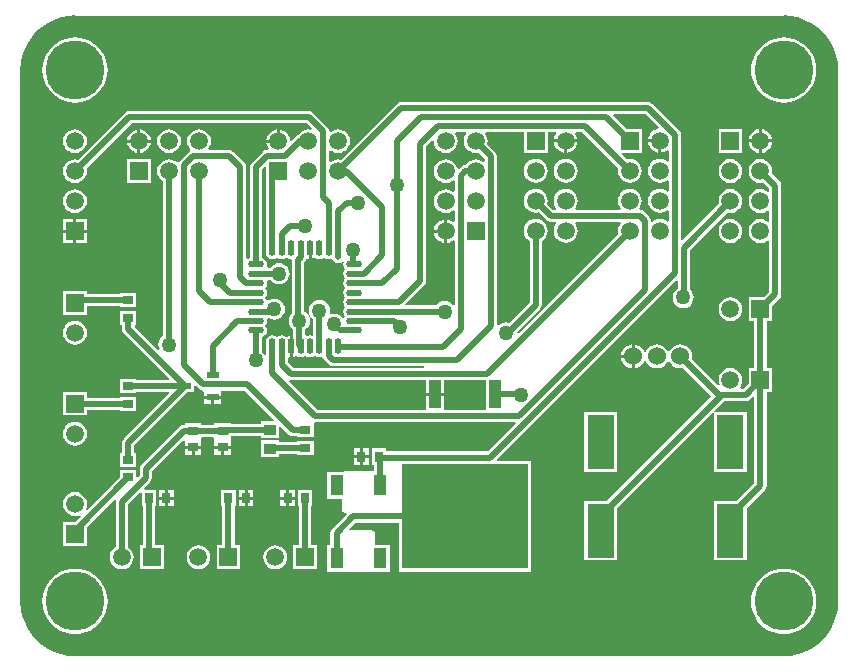
<source format=gtl>
G04 Layer_Physical_Order=1*
G04 Layer_Color=255*
%FSLAX24Y24*%
%MOIN*%
G70*
G01*
G75*
%ADD10R,0.0433X0.0709*%
%ADD11R,0.0354X0.0315*%
%ADD12O,0.0532X0.0217*%
%ADD13O,0.0217X0.0532*%
%ADD14C,0.0600*%
%ADD15R,0.0276X0.0354*%
%ADD16R,0.0354X0.0276*%
%ADD17R,0.0394X0.0374*%
%ADD18R,0.4193X0.3504*%
%ADD19R,0.0413X0.0945*%
%ADD20R,0.0394X0.0236*%
%ADD21R,0.0906X0.1791*%
%ADD22C,0.0200*%
%ADD23R,0.0591X0.0591*%
%ADD24C,0.0591*%
%ADD25R,0.0591X0.0591*%
%ADD26C,0.1969*%
%ADD27C,0.0500*%
%ADD28C,0.1140*%
G36*
X23859Y19518D02*
X24092Y19472D01*
X24318Y19396D01*
X24531Y19290D01*
X24728Y19158D01*
X24907Y19002D01*
X25064Y18823D01*
X25196Y18625D01*
X25301Y18412D01*
X25378Y18187D01*
X25424Y17954D01*
X25439Y17723D01*
X25438Y17717D01*
Y0D01*
X25439Y-7D01*
X25424Y-237D01*
X25378Y-470D01*
X25301Y-695D01*
X25196Y-909D01*
X25064Y-1106D01*
X24907Y-1285D01*
X24728Y-1442D01*
X24531Y-1574D01*
X24318Y-1679D01*
X24092Y-1755D01*
X23859Y-1802D01*
X23629Y-1817D01*
X23622Y-1816D01*
X0D01*
X-7Y-1817D01*
X-237Y-1802D01*
X-470Y-1755D01*
X-695Y-1679D01*
X-909Y-1574D01*
X-1106Y-1442D01*
X-1285Y-1285D01*
X-1442Y-1106D01*
X-1574Y-909D01*
X-1679Y-695D01*
X-1755Y-470D01*
X-1802Y-237D01*
X-1817Y-7D01*
X-1816Y0D01*
Y17717D01*
X-1817Y17723D01*
X-1802Y17954D01*
X-1755Y18187D01*
X-1679Y18412D01*
X-1574Y18625D01*
X-1442Y18823D01*
X-1285Y19002D01*
X-1106Y19158D01*
X-909Y19290D01*
X-695Y19396D01*
X-470Y19472D01*
X-237Y19518D01*
X-7Y19533D01*
X0Y19532D01*
X23622D01*
X23629Y19533D01*
X23859Y19518D01*
D02*
G37*
%LPC*%
G36*
X4214Y5088D02*
X3987D01*
Y4880D01*
X4214D01*
Y5088D01*
D02*
G37*
G36*
X3887D02*
X3660D01*
Y4880D01*
X3887D01*
Y5088D01*
D02*
G37*
G36*
X5198D02*
X4971D01*
Y4880D01*
X5198D01*
Y5088D01*
D02*
G37*
G36*
X4871D02*
X4644D01*
Y4880D01*
X4871D01*
Y5088D01*
D02*
G37*
G36*
X9785Y5100D02*
X9597D01*
Y4873D01*
X9785D01*
Y5100D01*
D02*
G37*
G36*
X9497Y4773D02*
X9309D01*
Y4546D01*
X9497D01*
Y4773D01*
D02*
G37*
G36*
X18072Y6311D02*
X16967D01*
Y4319D01*
X18072D01*
Y6311D01*
D02*
G37*
G36*
X9497Y5100D02*
X9309D01*
Y4873D01*
X9497D01*
Y5100D01*
D02*
G37*
G36*
X9785Y4773D02*
X9597D01*
Y4546D01*
X9785D01*
Y4773D01*
D02*
G37*
G36*
X18552Y8566D02*
X18498Y8559D01*
X18401Y8519D01*
X18317Y8455D01*
X18253Y8371D01*
X18213Y8274D01*
X18205Y8219D01*
X18552D01*
Y8566D01*
D02*
G37*
G36*
Y8119D02*
X18205D01*
X18213Y8065D01*
X18253Y7968D01*
X18317Y7884D01*
X18401Y7820D01*
X18498Y7780D01*
X18552Y7772D01*
Y8119D01*
D02*
G37*
G36*
X21850Y10143D02*
X21747Y10129D01*
X21651Y10089D01*
X21568Y10026D01*
X21505Y9943D01*
X21465Y9847D01*
X21452Y9744D01*
X21465Y9641D01*
X21505Y9545D01*
X21568Y9462D01*
X21651Y9399D01*
X21747Y9359D01*
X21850Y9345D01*
X21954Y9359D01*
X22050Y9399D01*
X22132Y9462D01*
X22196Y9545D01*
X22236Y9641D01*
X22249Y9744D01*
X22236Y9847D01*
X22196Y9943D01*
X22132Y10026D01*
X22050Y10089D01*
X21954Y10129D01*
X21850Y10143D01*
D02*
G37*
G36*
X-0Y9355D02*
X-103Y9342D01*
X-199Y9302D01*
X-282Y9239D01*
X-345Y9156D01*
X-385Y9060D01*
X-399Y8957D01*
X-385Y8853D01*
X-345Y8757D01*
X-282Y8675D01*
X-199Y8611D01*
X-103Y8572D01*
X-0Y8558D01*
X103Y8572D01*
X199Y8611D01*
X282Y8675D01*
X345Y8757D01*
X385Y8853D01*
X399Y8957D01*
X385Y9060D01*
X345Y9156D01*
X282Y9239D01*
X199Y9302D01*
X103Y9342D01*
X-0Y9355D01*
D02*
G37*
G36*
X4883Y6761D02*
X4637D01*
Y6593D01*
X4883D01*
Y6761D01*
D02*
G37*
G36*
X-0Y5993D02*
X-103Y5980D01*
X-199Y5940D01*
X-282Y5876D01*
X-345Y5794D01*
X-385Y5698D01*
X-399Y5594D01*
X-385Y5491D01*
X-345Y5395D01*
X-282Y5313D01*
X-199Y5249D01*
X-103Y5209D01*
X-0Y5196D01*
X103Y5209D01*
X199Y5249D01*
X282Y5313D01*
X345Y5395D01*
X385Y5491D01*
X399Y5594D01*
X385Y5698D01*
X345Y5794D01*
X282Y5876D01*
X199Y5940D01*
X103Y5980D01*
X-0Y5993D01*
D02*
G37*
G36*
X6793Y5385D02*
X6199D01*
Y4811D01*
X6793D01*
Y4914D01*
X7400D01*
Y4880D01*
X7954D01*
Y5356D01*
X7400D01*
Y5322D01*
X6793D01*
Y5385D01*
D02*
G37*
G36*
X4537Y6761D02*
X4290D01*
Y6593D01*
X4537D01*
Y6761D01*
D02*
G37*
G36*
X395Y6990D02*
X-395D01*
Y6199D01*
X395D01*
Y6391D01*
X1494D01*
Y6357D01*
X2049D01*
Y6832D01*
X1494D01*
Y6798D01*
X395D01*
Y6990D01*
D02*
G37*
G36*
X3001Y3395D02*
X2813D01*
Y3168D01*
X3001D01*
Y3395D01*
D02*
G37*
G36*
X7915Y3722D02*
X7439D01*
Y3168D01*
X7473D01*
Y1872D01*
X7282D01*
Y1081D01*
X8072D01*
Y1872D01*
X7881D01*
Y3168D01*
X7915D01*
Y3722D01*
D02*
G37*
G36*
X5659Y3395D02*
X5471D01*
Y3168D01*
X5659D01*
Y3395D01*
D02*
G37*
G36*
X3289D02*
X3101D01*
Y3168D01*
X3289D01*
Y3395D01*
D02*
G37*
G36*
X5356Y3722D02*
X4880D01*
Y3168D01*
X4914D01*
Y1872D01*
X4723D01*
Y1081D01*
X5513D01*
Y1872D01*
X5322D01*
Y3168D01*
X5356D01*
Y3722D01*
D02*
G37*
G36*
X23622Y1088D02*
X23452Y1074D01*
X23286Y1034D01*
X23128Y969D01*
X22983Y880D01*
X22853Y769D01*
X22742Y639D01*
X22653Y494D01*
X22588Y336D01*
X22548Y170D01*
X22534Y0D01*
X22548Y-170D01*
X22588Y-336D01*
X22653Y-494D01*
X22742Y-639D01*
X22853Y-769D01*
X22983Y-880D01*
X23128Y-969D01*
X23286Y-1034D01*
X23452Y-1074D01*
X23622Y-1088D01*
X23792Y-1074D01*
X23958Y-1034D01*
X24116Y-969D01*
X24261Y-880D01*
X24391Y-769D01*
X24502Y-639D01*
X24591Y-494D01*
X24656Y-336D01*
X24696Y-170D01*
X24710Y0D01*
X24696Y170D01*
X24656Y336D01*
X24591Y494D01*
X24502Y639D01*
X24391Y769D01*
X24261Y880D01*
X24116Y969D01*
X23958Y1034D01*
X23792Y1074D01*
X23622Y1088D01*
D02*
G37*
G36*
X0D02*
X-170Y1074D01*
X-336Y1034D01*
X-494Y969D01*
X-639Y880D01*
X-769Y769D01*
X-880Y639D01*
X-969Y494D01*
X-1034Y336D01*
X-1074Y170D01*
X-1088Y0D01*
X-1074Y-170D01*
X-1034Y-336D01*
X-969Y-494D01*
X-880Y-639D01*
X-769Y-769D01*
X-639Y-880D01*
X-494Y-969D01*
X-336Y-1034D01*
X-170Y-1074D01*
X0Y-1088D01*
X170Y-1074D01*
X336Y-1034D01*
X494Y-969D01*
X639Y-880D01*
X769Y-769D01*
X880Y-639D01*
X969Y-494D01*
X1034Y-336D01*
X1074Y-170D01*
X1088Y0D01*
X1074Y170D01*
X1034Y336D01*
X969Y494D01*
X880Y639D01*
X769Y769D01*
X639Y880D01*
X494Y969D01*
X336Y1034D01*
X170Y1074D01*
X0Y1088D01*
D02*
G37*
G36*
X6677Y1875D02*
X6574Y1861D01*
X6478Y1822D01*
X6395Y1758D01*
X6332Y1676D01*
X6292Y1580D01*
X6278Y1476D01*
X6292Y1373D01*
X6332Y1277D01*
X6395Y1194D01*
X6478Y1131D01*
X6574Y1091D01*
X6677Y1078D01*
X6780Y1091D01*
X6877Y1131D01*
X6959Y1194D01*
X7022Y1277D01*
X7062Y1373D01*
X7076Y1476D01*
X7062Y1580D01*
X7022Y1676D01*
X6959Y1758D01*
X6877Y1822D01*
X6780Y1861D01*
X6677Y1875D01*
D02*
G37*
G36*
X4118D02*
X4015Y1861D01*
X3919Y1822D01*
X3836Y1758D01*
X3773Y1676D01*
X3733Y1580D01*
X3719Y1476D01*
X3733Y1373D01*
X3773Y1277D01*
X3836Y1194D01*
X3919Y1131D01*
X4015Y1091D01*
X4118Y1078D01*
X4221Y1091D01*
X4317Y1131D01*
X4400Y1194D01*
X4463Y1277D01*
X4503Y1373D01*
X4517Y1476D01*
X4503Y1580D01*
X4463Y1676D01*
X4400Y1758D01*
X4317Y1822D01*
X4221Y1861D01*
X4118Y1875D01*
D02*
G37*
G36*
X7324Y3722D02*
X7137D01*
Y3495D01*
X7324D01*
Y3722D01*
D02*
G37*
G36*
X7037D02*
X6849D01*
Y3495D01*
X7037D01*
Y3722D01*
D02*
G37*
G36*
X5946D02*
X5759D01*
Y3495D01*
X5946D01*
Y3722D01*
D02*
G37*
G36*
X3289D02*
X3101D01*
Y3495D01*
X3289D01*
Y3722D01*
D02*
G37*
G36*
X5659D02*
X5471D01*
Y3495D01*
X5659D01*
Y3722D01*
D02*
G37*
G36*
X7037Y3395D02*
X6849D01*
Y3168D01*
X7037D01*
Y3395D01*
D02*
G37*
G36*
X5946D02*
X5759D01*
Y3168D01*
X5946D01*
Y3395D01*
D02*
G37*
G36*
X3001Y3722D02*
X2813D01*
Y3495D01*
X3001D01*
Y3722D01*
D02*
G37*
G36*
X7324Y3395D02*
X7137D01*
Y3168D01*
X7324D01*
Y3395D01*
D02*
G37*
G36*
X2526Y15294D02*
X2184D01*
Y14952D01*
X2237Y14959D01*
X2333Y14999D01*
X2416Y15063D01*
X2479Y15145D01*
X2519Y15241D01*
X2526Y15294D01*
D02*
G37*
G36*
X22246Y15746D02*
X21455D01*
Y14955D01*
X22246D01*
Y15746D01*
D02*
G37*
G36*
X22800Y15300D02*
X22458D01*
X22465Y15247D01*
X22505Y15151D01*
X22568Y15068D01*
X22651Y15005D01*
X22747Y14965D01*
X22800Y14958D01*
Y15300D01*
D02*
G37*
G36*
X2084Y15294D02*
X1742D01*
X1749Y15241D01*
X1789Y15145D01*
X1852Y15063D01*
X1935Y14999D01*
X2031Y14959D01*
X2084Y14952D01*
Y15294D01*
D02*
G37*
G36*
X-0Y15743D02*
X-103Y15730D01*
X-199Y15690D01*
X-282Y15626D01*
X-345Y15544D01*
X-385Y15448D01*
X-399Y15344D01*
X-385Y15241D01*
X-345Y15145D01*
X-282Y15063D01*
X-199Y14999D01*
X-103Y14959D01*
X-0Y14946D01*
X103Y14959D01*
X199Y14999D01*
X282Y15063D01*
X345Y15145D01*
X385Y15241D01*
X399Y15344D01*
X385Y15448D01*
X345Y15544D01*
X282Y15626D01*
X199Y15690D01*
X103Y15730D01*
X-0Y15743D01*
D02*
G37*
G36*
X3134D02*
X3031Y15730D01*
X2935Y15690D01*
X2852Y15626D01*
X2789Y15544D01*
X2749Y15448D01*
X2735Y15344D01*
X2749Y15241D01*
X2789Y15145D01*
X2852Y15063D01*
X2935Y14999D01*
X3031Y14959D01*
X3134Y14946D01*
X3237Y14959D01*
X3333Y14999D01*
X3416Y15063D01*
X3479Y15145D01*
X3519Y15241D01*
X3533Y15344D01*
X3519Y15448D01*
X3479Y15544D01*
X3416Y15626D01*
X3333Y15690D01*
X3237Y15730D01*
X3134Y15743D01*
D02*
G37*
G36*
X10875Y16654D02*
X10797Y16638D01*
X10731Y16594D01*
X8867Y14730D01*
X8770Y14743D01*
X8666Y14730D01*
X8570Y14690D01*
X8520Y14651D01*
X8470Y14676D01*
Y15013D01*
X8520Y15038D01*
X8570Y14999D01*
X8666Y14959D01*
X8770Y14946D01*
X8873Y14959D01*
X8969Y14999D01*
X9052Y15063D01*
X9115Y15145D01*
X9155Y15241D01*
X9168Y15344D01*
X9155Y15448D01*
X9115Y15544D01*
X9052Y15626D01*
X8969Y15690D01*
X8873Y15730D01*
X8770Y15743D01*
X8666Y15730D01*
X8570Y15690D01*
X8520Y15651D01*
X8470Y15676D01*
Y15686D01*
X8455Y15764D01*
X8410Y15830D01*
X7950Y16290D01*
X7884Y16334D01*
X7806Y16350D01*
X1801D01*
X1723Y16334D01*
X1657Y16290D01*
X1657Y16290D01*
X97Y14730D01*
X-0Y14743D01*
X-103Y14730D01*
X-199Y14690D01*
X-282Y14626D01*
X-345Y14544D01*
X-385Y14448D01*
X-399Y14344D01*
X-385Y14241D01*
X-345Y14145D01*
X-282Y14063D01*
X-199Y13999D01*
X-103Y13959D01*
X-0Y13946D01*
X103Y13959D01*
X199Y13999D01*
X282Y14063D01*
X345Y14145D01*
X385Y14241D01*
X399Y14344D01*
X386Y14442D01*
X1886Y15942D01*
X7722D01*
X7888Y15776D01*
X7883Y15760D01*
X7862Y15731D01*
X7770Y15743D01*
X7666Y15730D01*
X7570Y15690D01*
X7488Y15626D01*
X7424Y15544D01*
X7423Y15540D01*
X7388Y15533D01*
X7322Y15489D01*
X7278Y15423D01*
X7274Y15402D01*
X7216Y15344D01*
X7166Y15364D01*
X7155Y15448D01*
X7115Y15544D01*
X7052Y15626D01*
X6969Y15690D01*
X6873Y15730D01*
X6820Y15737D01*
Y15344D01*
X6770D01*
Y15294D01*
X6378D01*
X6385Y15241D01*
X6424Y15145D01*
X6459Y15100D01*
X6435Y15050D01*
X6396D01*
X6318Y15034D01*
X6252Y14990D01*
X5892Y14630D01*
X5848Y14564D01*
X5832Y14486D01*
Y11442D01*
X5805Y11436D01*
X5766Y11410D01*
X5716Y11437D01*
Y14468D01*
X5700Y14547D01*
X5656Y14613D01*
X5279Y14990D01*
X5213Y15034D01*
X5134Y15050D01*
X4469D01*
X4444Y15100D01*
X4479Y15145D01*
X4519Y15241D01*
X4533Y15344D01*
X4519Y15448D01*
X4479Y15544D01*
X4416Y15626D01*
X4333Y15690D01*
X4237Y15730D01*
X4134Y15743D01*
X4031Y15730D01*
X3935Y15690D01*
X3852Y15626D01*
X3789Y15544D01*
X3749Y15448D01*
X3735Y15344D01*
X3749Y15241D01*
X3789Y15145D01*
X3840Y15078D01*
X3840Y15078D01*
X3835Y15027D01*
X3830Y15016D01*
X3791Y14990D01*
X3494Y14694D01*
X3463Y14647D01*
X3449Y14641D01*
X3410Y14636D01*
X3401Y14638D01*
X3333Y14690D01*
X3237Y14730D01*
X3134Y14743D01*
X3031Y14730D01*
X2935Y14690D01*
X2852Y14626D01*
X2789Y14544D01*
X2749Y14448D01*
X2735Y14344D01*
X2749Y14241D01*
X2789Y14145D01*
X2852Y14063D01*
X2930Y14003D01*
Y8848D01*
X2884Y8813D01*
X2828Y8740D01*
X2793Y8654D01*
X2781Y8563D01*
X2793Y8472D01*
X2821Y8405D01*
X2778Y8376D01*
X1993Y9161D01*
X2014Y9211D01*
X2049D01*
Y9687D01*
X1494D01*
Y9211D01*
X1568D01*
Y9094D01*
X1583Y9016D01*
X1627Y8950D01*
X3143Y7435D01*
X3123Y7389D01*
X2049D01*
Y7423D01*
X1494D01*
Y6947D01*
X2049D01*
Y6981D01*
X3123D01*
X3143Y6935D01*
X1627Y5420D01*
X1583Y5354D01*
X1568Y5276D01*
Y4962D01*
X1494D01*
Y4487D01*
X2049D01*
Y4962D01*
X1976D01*
Y5191D01*
X3751Y6967D01*
X3978D01*
Y7180D01*
X4024Y7200D01*
X4132Y7092D01*
X4198Y7047D01*
X4244Y7038D01*
X4276Y7032D01*
X4290Y6985D01*
Y6861D01*
X4587D01*
X4883D01*
X4883Y7029D01*
X4932Y7032D01*
X5665D01*
X6635Y6062D01*
X6616Y6015D01*
X6199D01*
Y5932D01*
X5198D01*
Y5946D01*
X4644D01*
Y5893D01*
X4214D01*
Y5946D01*
X3660D01*
Y5929D01*
X3630Y5893D01*
X3552Y5877D01*
X3486Y5833D01*
X2218Y4565D01*
X2174Y4499D01*
X2158Y4421D01*
Y4199D01*
X2095Y4135D01*
X2049Y4155D01*
Y4372D01*
X1494D01*
Y4145D01*
X400Y3051D01*
X358Y3079D01*
X385Y3145D01*
X399Y3248D01*
X385Y3351D01*
X345Y3447D01*
X282Y3530D01*
X199Y3593D01*
X103Y3633D01*
X-0Y3647D01*
X-103Y3633D01*
X-199Y3593D01*
X-282Y3530D01*
X-345Y3447D01*
X-385Y3351D01*
X-399Y3248D01*
X-385Y3145D01*
X-345Y3049D01*
X-282Y2966D01*
X-199Y2903D01*
X-103Y2863D01*
X-0Y2849D01*
X103Y2863D01*
X169Y2890D01*
X197Y2848D01*
X-7Y2643D01*
X-395D01*
Y1853D01*
X395D01*
Y2469D01*
X1321Y3395D01*
X1367Y3370D01*
X1355Y3311D01*
Y1818D01*
X1277Y1758D01*
X1214Y1676D01*
X1174Y1580D01*
X1160Y1476D01*
X1174Y1373D01*
X1214Y1277D01*
X1277Y1194D01*
X1360Y1131D01*
X1456Y1091D01*
X1559Y1078D01*
X1662Y1091D01*
X1758Y1131D01*
X1841Y1194D01*
X1904Y1277D01*
X1944Y1373D01*
X1958Y1476D01*
X1944Y1580D01*
X1904Y1676D01*
X1841Y1758D01*
X1763Y1818D01*
Y3227D01*
X2177Y3640D01*
X2223Y3621D01*
Y3168D01*
X2257D01*
Y1872D01*
X2164D01*
Y1081D01*
X2954D01*
Y1872D01*
X2665D01*
Y3168D01*
X2698D01*
Y3722D01*
X2324D01*
X2305Y3768D01*
X2506Y3970D01*
X2551Y4036D01*
X2566Y4114D01*
Y4337D01*
X3610Y5380D01*
X3660Y5360D01*
Y5188D01*
X4214D01*
Y5381D01*
X4214Y5395D01*
Y5435D01*
X4239Y5485D01*
X4609D01*
X4644Y5450D01*
X4644Y5395D01*
X4644Y5381D01*
Y5188D01*
X5198D01*
Y5381D01*
X5198Y5395D01*
Y5431D01*
X5198Y5445D01*
Y5505D01*
X5227Y5524D01*
X6199D01*
Y5441D01*
X6793D01*
Y5838D01*
X6839Y5857D01*
X7132Y5564D01*
X7198Y5520D01*
X7276Y5505D01*
X7400D01*
Y5471D01*
X7954D01*
X7954Y5913D01*
X7954Y5939D01*
X7970Y5964D01*
X7970D01*
X7970Y5964D01*
X8015Y5982D01*
X14669D01*
X14688Y5936D01*
X13752Y5000D01*
X10376D01*
Y5100D01*
X9900D01*
Y4546D01*
X9973D01*
Y4361D01*
X9965Y4356D01*
X9923Y4338D01*
X9892Y4344D01*
X9006D01*
X8967Y4336D01*
X8961Y4332D01*
X8404D01*
Y3424D01*
X8904D01*
Y3061D01*
X8912Y3022D01*
X8934Y2989D01*
X8967Y2967D01*
X9006Y2959D01*
X9040D01*
X9059Y2913D01*
X8576Y2430D01*
X8532Y2364D01*
X8517Y2286D01*
Y1891D01*
X8404D01*
Y983D01*
X8995D01*
X9006Y981D01*
X9892D01*
X9902Y983D01*
X10494D01*
Y1891D01*
X9994D01*
Y2264D01*
X9986Y2303D01*
X9964Y2336D01*
X9931Y2358D01*
X9892Y2366D01*
X9154D01*
X9135Y2412D01*
X9354Y2631D01*
X10796D01*
Y983D01*
X15189D01*
Y4687D01*
X14081D01*
X14062Y4733D01*
X20046Y10717D01*
X20092Y10698D01*
Y10438D01*
X20026Y10387D01*
X19970Y10314D01*
X19935Y10229D01*
X19923Y10138D01*
X19935Y10046D01*
X19970Y9961D01*
X20026Y9888D01*
X20099Y9832D01*
X20184Y9797D01*
X20276Y9785D01*
X20367Y9797D01*
X20452Y9832D01*
X20525Y9888D01*
X20581Y9961D01*
X20617Y10046D01*
X20629Y10138D01*
X20617Y10229D01*
X20581Y10314D01*
X20525Y10387D01*
X20500Y10407D01*
Y11712D01*
X21753Y12965D01*
X21850Y12952D01*
X21954Y12965D01*
X22050Y13005D01*
X22132Y13068D01*
X22196Y13151D01*
X22236Y13247D01*
X22249Y13350D01*
X22236Y13454D01*
X22196Y13550D01*
X22132Y13632D01*
X22050Y13696D01*
X21954Y13735D01*
X21850Y13749D01*
X21747Y13735D01*
X21651Y13696D01*
X21568Y13632D01*
X21505Y13550D01*
X21465Y13454D01*
X21452Y13350D01*
X21465Y13253D01*
X20246Y12035D01*
X20200Y12054D01*
Y15556D01*
X20185Y15635D01*
X20140Y15701D01*
X19247Y16594D01*
X19181Y16638D01*
X19103Y16654D01*
X10875D01*
X10875Y16654D01*
D02*
G37*
G36*
X23242Y15300D02*
X22900D01*
Y14958D01*
X22954Y14965D01*
X23050Y15005D01*
X23132Y15068D01*
X23196Y15151D01*
X23235Y15247D01*
X23242Y15300D01*
D02*
G37*
G36*
X22900Y15742D02*
Y15400D01*
X23242D01*
X23235Y15454D01*
X23196Y15550D01*
X23132Y15632D01*
X23050Y15696D01*
X22954Y15735D01*
X22900Y15742D01*
D02*
G37*
G36*
X0Y18804D02*
X-170Y18791D01*
X-336Y18751D01*
X-494Y18686D01*
X-639Y18596D01*
X-769Y18486D01*
X-880Y18356D01*
X-969Y18210D01*
X-1034Y18053D01*
X-1074Y17887D01*
X-1088Y17717D01*
X-1074Y17546D01*
X-1034Y17380D01*
X-969Y17223D01*
X-880Y17077D01*
X-769Y16947D01*
X-639Y16837D01*
X-494Y16747D01*
X-336Y16682D01*
X-170Y16642D01*
X0Y16629D01*
X170Y16642D01*
X336Y16682D01*
X494Y16747D01*
X639Y16837D01*
X769Y16947D01*
X880Y17077D01*
X969Y17223D01*
X1034Y17380D01*
X1074Y17546D01*
X1088Y17717D01*
X1074Y17887D01*
X1034Y18053D01*
X969Y18210D01*
X880Y18356D01*
X769Y18486D01*
X639Y18596D01*
X494Y18686D01*
X336Y18751D01*
X170Y18791D01*
X0Y18804D01*
D02*
G37*
G36*
X23622D02*
X23452Y18791D01*
X23286Y18751D01*
X23128Y18686D01*
X22983Y18596D01*
X22853Y18486D01*
X22742Y18356D01*
X22653Y18210D01*
X22588Y18053D01*
X22548Y17887D01*
X22534Y17717D01*
X22548Y17546D01*
X22588Y17380D01*
X22653Y17223D01*
X22742Y17077D01*
X22853Y16947D01*
X22983Y16837D01*
X23128Y16747D01*
X23286Y16682D01*
X23452Y16642D01*
X23622Y16629D01*
X23792Y16642D01*
X23958Y16682D01*
X24116Y16747D01*
X24261Y16837D01*
X24391Y16947D01*
X24502Y17077D01*
X24591Y17223D01*
X24656Y17380D01*
X24696Y17546D01*
X24710Y17717D01*
X24696Y17887D01*
X24656Y18053D01*
X24591Y18210D01*
X24502Y18356D01*
X24391Y18486D01*
X24261Y18596D01*
X24116Y18686D01*
X23958Y18751D01*
X23792Y18791D01*
X23622Y18804D01*
D02*
G37*
G36*
X22800Y15742D02*
X22747Y15735D01*
X22651Y15696D01*
X22568Y15632D01*
X22505Y15550D01*
X22465Y15454D01*
X22458Y15400D01*
X22800D01*
Y15742D01*
D02*
G37*
G36*
X2084Y15737D02*
X2031Y15730D01*
X1935Y15690D01*
X1852Y15626D01*
X1789Y15544D01*
X1749Y15448D01*
X1742Y15394D01*
X2084D01*
Y15737D01*
D02*
G37*
G36*
X2184D02*
Y15394D01*
X2526D01*
X2519Y15448D01*
X2479Y15544D01*
X2416Y15626D01*
X2333Y15690D01*
X2237Y15730D01*
X2184Y15737D01*
D02*
G37*
G36*
X6720D02*
X6666Y15730D01*
X6570Y15690D01*
X6488Y15626D01*
X6424Y15544D01*
X6385Y15448D01*
X6378Y15394D01*
X6720D01*
Y15737D01*
D02*
G37*
G36*
X-50Y12740D02*
X-395D01*
Y12394D01*
X-50D01*
Y12740D01*
D02*
G37*
G36*
X395D02*
X50D01*
Y12394D01*
X395D01*
Y12740D01*
D02*
G37*
G36*
X-0Y13743D02*
X-103Y13730D01*
X-199Y13690D01*
X-282Y13626D01*
X-345Y13544D01*
X-385Y13448D01*
X-399Y13344D01*
X-385Y13241D01*
X-345Y13145D01*
X-282Y13063D01*
X-199Y12999D01*
X-103Y12959D01*
X-0Y12946D01*
X103Y12959D01*
X199Y12999D01*
X282Y13063D01*
X345Y13145D01*
X385Y13241D01*
X399Y13344D01*
X385Y13448D01*
X345Y13544D01*
X282Y13626D01*
X199Y13690D01*
X103Y13730D01*
X-0Y13743D01*
D02*
G37*
G36*
X21850Y12749D02*
X21747Y12735D01*
X21651Y12696D01*
X21568Y12632D01*
X21505Y12550D01*
X21465Y12454D01*
X21452Y12350D01*
X21465Y12247D01*
X21505Y12151D01*
X21568Y12068D01*
X21651Y12005D01*
X21747Y11965D01*
X21850Y11952D01*
X21954Y11965D01*
X22050Y12005D01*
X22132Y12068D01*
X22196Y12151D01*
X22236Y12247D01*
X22249Y12350D01*
X22236Y12454D01*
X22196Y12550D01*
X22132Y12632D01*
X22050Y12696D01*
X21954Y12735D01*
X21850Y12749D01*
D02*
G37*
G36*
X395Y10352D02*
X-395D01*
Y9561D01*
X395D01*
Y9835D01*
X1494D01*
Y9802D01*
X2049D01*
Y10277D01*
X1494D01*
Y10243D01*
X395D01*
Y10352D01*
D02*
G37*
G36*
X-50Y12294D02*
X-395D01*
Y11949D01*
X-50D01*
Y12294D01*
D02*
G37*
G36*
X395D02*
X50D01*
Y11949D01*
X395D01*
Y12294D01*
D02*
G37*
G36*
X2529Y14740D02*
X1739D01*
Y13949D01*
X2529D01*
Y14740D01*
D02*
G37*
G36*
X22850Y14749D02*
X22747Y14735D01*
X22651Y14696D01*
X22568Y14632D01*
X22505Y14550D01*
X22465Y14454D01*
X22452Y14350D01*
X22465Y14247D01*
X22505Y14151D01*
X22568Y14068D01*
X22651Y14005D01*
X22747Y13965D01*
X22850Y13952D01*
X22948Y13965D01*
X23142Y13770D01*
Y13688D01*
X23092Y13663D01*
X23050Y13696D01*
X22954Y13735D01*
X22850Y13749D01*
X22747Y13735D01*
X22651Y13696D01*
X22568Y13632D01*
X22505Y13550D01*
X22465Y13454D01*
X22452Y13350D01*
X22465Y13247D01*
X22505Y13151D01*
X22568Y13068D01*
X22651Y13005D01*
X22747Y12965D01*
X22850Y12952D01*
X22954Y12965D01*
X23050Y13005D01*
X23092Y13038D01*
X23142Y13013D01*
Y12688D01*
X23092Y12663D01*
X23050Y12696D01*
X22954Y12735D01*
X22850Y12749D01*
X22747Y12735D01*
X22651Y12696D01*
X22568Y12632D01*
X22505Y12550D01*
X22465Y12454D01*
X22452Y12350D01*
X22465Y12247D01*
X22505Y12151D01*
X22568Y12068D01*
X22651Y12005D01*
X22747Y11965D01*
X22850Y11952D01*
X22954Y11965D01*
X23050Y12005D01*
X23092Y12038D01*
X23142Y12013D01*
Y10324D01*
X22957Y10139D01*
X22455D01*
Y9349D01*
X22646D01*
Y7777D01*
X22455D01*
Y7275D01*
X22271Y7091D01*
X22188D01*
X22163Y7141D01*
X22196Y7183D01*
X22236Y7279D01*
X22249Y7382D01*
X22236Y7485D01*
X22196Y7581D01*
X22132Y7664D01*
X22050Y7727D01*
X21954Y7767D01*
X21850Y7781D01*
X21747Y7767D01*
X21651Y7727D01*
X21568Y7664D01*
X21505Y7581D01*
X21465Y7485D01*
X21452Y7382D01*
X21465Y7279D01*
X21492Y7213D01*
X21450Y7185D01*
X20567Y8068D01*
X20581Y8169D01*
X20567Y8274D01*
X20527Y8371D01*
X20462Y8455D01*
X20379Y8519D01*
X20282Y8559D01*
X20177Y8573D01*
X20073Y8559D01*
X19975Y8519D01*
X19892Y8455D01*
X19828Y8371D01*
X19811Y8329D01*
X19756D01*
X19739Y8371D01*
X19675Y8455D01*
X19591Y8519D01*
X19494Y8559D01*
X19390Y8573D01*
X19285Y8559D01*
X19188Y8519D01*
X19104Y8455D01*
X19040Y8371D01*
X19023Y8329D01*
X18969D01*
X18952Y8371D01*
X18888Y8455D01*
X18804Y8519D01*
X18707Y8559D01*
X18652Y8566D01*
Y8169D01*
Y7772D01*
X18707Y7780D01*
X18804Y7820D01*
X18888Y7884D01*
X18952Y7968D01*
X18969Y8009D01*
X19023D01*
X19040Y7968D01*
X19104Y7884D01*
X19188Y7820D01*
X19285Y7780D01*
X19390Y7766D01*
X19494Y7780D01*
X19591Y7820D01*
X19675Y7884D01*
X19739Y7968D01*
X19756Y8009D01*
X19811D01*
X19828Y7968D01*
X19892Y7884D01*
X19975Y7820D01*
X20073Y7780D01*
X20177Y7766D01*
X20279Y7779D01*
X21218Y6841D01*
X17735Y3358D01*
X16967D01*
Y1367D01*
X18072D01*
Y3119D01*
X21248Y6294D01*
X21298Y6273D01*
Y4319D01*
X22403D01*
Y6311D01*
X21335D01*
X21314Y6361D01*
X21636Y6683D01*
X22355D01*
X22433Y6698D01*
X22499Y6742D01*
X22600Y6843D01*
X22646Y6824D01*
Y3939D01*
X22066Y3358D01*
X21298D01*
Y1367D01*
X22403D01*
Y3119D01*
X22995Y3710D01*
X22995Y3710D01*
X23039Y3776D01*
X23054Y3854D01*
X23054Y3854D01*
Y6987D01*
X23246D01*
Y7777D01*
X23054D01*
Y9349D01*
X23246D01*
Y9851D01*
X23490Y10096D01*
X23490Y10096D01*
X23535Y10162D01*
X23550Y10240D01*
X23550Y10240D01*
Y13854D01*
X23550Y13854D01*
X23535Y13933D01*
X23490Y13999D01*
X23490Y13999D01*
X23236Y14253D01*
X23249Y14350D01*
X23235Y14454D01*
X23196Y14550D01*
X23132Y14632D01*
X23050Y14696D01*
X22954Y14735D01*
X22850Y14749D01*
D02*
G37*
G36*
X21850D02*
X21747Y14735D01*
X21651Y14696D01*
X21568Y14632D01*
X21505Y14550D01*
X21465Y14454D01*
X21452Y14350D01*
X21465Y14247D01*
X21505Y14151D01*
X21568Y14068D01*
X21651Y14005D01*
X21747Y13965D01*
X21850Y13952D01*
X21954Y13965D01*
X22050Y14005D01*
X22132Y14068D01*
X22196Y14151D01*
X22236Y14247D01*
X22249Y14350D01*
X22236Y14454D01*
X22196Y14550D01*
X22132Y14632D01*
X22050Y14696D01*
X21954Y14735D01*
X21850Y14749D01*
D02*
G37*
%LPD*%
G36*
X19465Y15799D02*
X19447Y15746D01*
X19395Y15739D01*
X19299Y15700D01*
X19216Y15636D01*
X19153Y15554D01*
X19113Y15458D01*
X19106Y15404D01*
X19498D01*
Y15354D01*
X19548D01*
Y14962D01*
X19601Y14969D01*
X19697Y15009D01*
X19742Y15044D01*
X19792Y15019D01*
Y14690D01*
X19742Y14665D01*
X19697Y14700D01*
X19601Y14739D01*
X19498Y14753D01*
X19395Y14739D01*
X19299Y14700D01*
X19216Y14636D01*
X19153Y14554D01*
X19113Y14458D01*
X19099Y14354D01*
X19113Y14251D01*
X19153Y14155D01*
X19216Y14072D01*
X19299Y14009D01*
X19395Y13969D01*
X19498Y13956D01*
X19601Y13969D01*
X19697Y14009D01*
X19742Y14044D01*
X19792Y14019D01*
Y13690D01*
X19742Y13665D01*
X19697Y13700D01*
X19601Y13739D01*
X19498Y13753D01*
X19395Y13739D01*
X19299Y13700D01*
X19216Y13636D01*
X19153Y13554D01*
X19113Y13458D01*
X19099Y13354D01*
X19113Y13251D01*
X19153Y13155D01*
X19216Y13072D01*
X19299Y13009D01*
X19395Y12969D01*
X19498Y12956D01*
X19601Y12969D01*
X19697Y13009D01*
X19742Y13044D01*
X19792Y13019D01*
Y12690D01*
X19742Y12665D01*
X19697Y12700D01*
X19601Y12739D01*
X19498Y12753D01*
X19395Y12739D01*
X19299Y12700D01*
X19250Y12662D01*
X19200Y12686D01*
X19185Y12764D01*
X19140Y12830D01*
X18970Y13000D01*
X18904Y13044D01*
X18832Y13059D01*
X18821Y13076D01*
X18809Y13110D01*
X18843Y13155D01*
X18883Y13251D01*
X18897Y13354D01*
X18883Y13458D01*
X18843Y13554D01*
X18780Y13636D01*
X18697Y13700D01*
X18601Y13739D01*
X18498Y13753D01*
X18395Y13739D01*
X18299Y13700D01*
X18216Y13636D01*
X18153Y13554D01*
X18113Y13458D01*
X18099Y13354D01*
X18113Y13251D01*
X18153Y13155D01*
X18187Y13110D01*
X18163Y13060D01*
X16693D01*
X16669Y13110D01*
X16704Y13155D01*
X16743Y13251D01*
X16757Y13354D01*
X16743Y13458D01*
X16704Y13554D01*
X16640Y13636D01*
X16558Y13700D01*
X16461Y13739D01*
X16358Y13753D01*
X16255Y13739D01*
X16159Y13700D01*
X16076Y13636D01*
X16013Y13554D01*
X15973Y13458D01*
X15960Y13354D01*
X15973Y13251D01*
X16013Y13155D01*
X16048Y13110D01*
X16023Y13060D01*
X15941D01*
X15744Y13257D01*
X15757Y13354D01*
X15743Y13458D01*
X15704Y13554D01*
X15640Y13636D01*
X15558Y13700D01*
X15461Y13739D01*
X15358Y13753D01*
X15255Y13739D01*
X15159Y13700D01*
X15076Y13636D01*
X15013Y13554D01*
X14973Y13458D01*
X14960Y13354D01*
X14973Y13251D01*
X15013Y13155D01*
X15076Y13072D01*
X15159Y13009D01*
X15255Y12969D01*
X15358Y12956D01*
X15456Y12968D01*
X15713Y12712D01*
X15713Y12712D01*
X15779Y12667D01*
X15857Y12652D01*
X16025D01*
X16050Y12602D01*
X16013Y12554D01*
X15973Y12458D01*
X15960Y12354D01*
X15973Y12251D01*
X16013Y12155D01*
X16076Y12072D01*
X16159Y12009D01*
X16255Y11969D01*
X16358Y11956D01*
X16461Y11969D01*
X16558Y12009D01*
X16640Y12072D01*
X16704Y12155D01*
X16743Y12251D01*
X16757Y12354D01*
X16743Y12458D01*
X16704Y12554D01*
X16667Y12602D01*
X16691Y12652D01*
X18165D01*
X18190Y12602D01*
X18153Y12554D01*
X18113Y12458D01*
X18099Y12354D01*
X18112Y12257D01*
X14790Y8935D01*
X14738Y8953D01*
X14736Y8975D01*
X15502Y9742D01*
X15547Y9808D01*
X15562Y9886D01*
Y12013D01*
X15640Y12072D01*
X15704Y12155D01*
X15743Y12251D01*
X15757Y12354D01*
X15743Y12458D01*
X15704Y12554D01*
X15640Y12636D01*
X15558Y12700D01*
X15461Y12739D01*
X15358Y12753D01*
X15255Y12739D01*
X15159Y12700D01*
X15076Y12636D01*
X15013Y12554D01*
X14973Y12458D01*
X14960Y12354D01*
X14973Y12251D01*
X15013Y12155D01*
X15076Y12072D01*
X15154Y12013D01*
Y9970D01*
X14474Y9290D01*
X14457Y9298D01*
X14365Y9310D01*
X14274Y9298D01*
X14189Y9262D01*
X14116Y9206D01*
X14110Y9199D01*
X14060Y9216D01*
Y14844D01*
X14045Y14923D01*
X14000Y14989D01*
X13742Y15247D01*
X13755Y15344D01*
X13741Y15448D01*
X13702Y15544D01*
X13662Y15596D01*
X13686Y15646D01*
X14963D01*
Y14959D01*
X15754D01*
Y15646D01*
X16021D01*
X16045Y15596D01*
X16013Y15554D01*
X15973Y15458D01*
X15966Y15404D01*
X16358D01*
X16750D01*
X16743Y15458D01*
X16704Y15554D01*
X16671Y15596D01*
X16696Y15646D01*
X16918D01*
X18112Y14452D01*
X18099Y14354D01*
X18113Y14251D01*
X18153Y14155D01*
X18216Y14072D01*
X18299Y14009D01*
X18395Y13969D01*
X18498Y13956D01*
X18601Y13969D01*
X18697Y14009D01*
X18780Y14072D01*
X18843Y14155D01*
X18883Y14251D01*
X18897Y14354D01*
X18883Y14458D01*
X18843Y14554D01*
X18780Y14636D01*
X18697Y14700D01*
X18601Y14739D01*
X18498Y14753D01*
X18401Y14740D01*
X18228Y14913D01*
X18247Y14959D01*
X18893D01*
Y15750D01*
X18391D01*
X17941Y16199D01*
X17960Y16246D01*
X19019D01*
X19465Y15799D01*
D02*
G37*
G36*
X7197Y7375D02*
X7197Y7375D01*
X11685D01*
Y6959D01*
X12299D01*
Y7375D01*
X13685D01*
Y6390D01*
X12299D01*
Y6859D01*
X11685D01*
Y6390D01*
X8081D01*
X7134Y7336D01*
X7159Y7382D01*
X7197Y7375D01*
D02*
G37*
G36*
X7885Y11412D02*
X7916Y11418D01*
X7953Y11443D01*
X7992Y11461D01*
X8031Y11443D01*
X8068Y11418D01*
X8150Y11402D01*
X8231Y11418D01*
X8268Y11443D01*
X8307Y11461D01*
X8346Y11443D01*
X8383Y11418D01*
X8465Y11402D01*
X8538Y11417D01*
X8555Y11414D01*
X8600Y11394D01*
X8635Y11342D01*
X8701Y11297D01*
X8780Y11282D01*
X8858Y11297D01*
X8909Y11331D01*
X8954Y11303D01*
X8941Y11240D01*
X8957Y11159D01*
X8982Y11121D01*
X9000Y11083D01*
X8982Y11044D01*
X8957Y11006D01*
X8941Y10925D01*
X8957Y10844D01*
X8982Y10806D01*
X9000Y10768D01*
X8982Y10729D01*
X8957Y10692D01*
X8941Y10610D01*
X8957Y10529D01*
X9003Y10460D01*
Y10445D01*
X8957Y10377D01*
X8941Y10295D01*
X8957Y10214D01*
X8982Y10177D01*
X9000Y10138D01*
X8982Y10099D01*
X8957Y10062D01*
X8941Y9980D01*
X8957Y9899D01*
X8982Y9862D01*
X9000Y9823D01*
X8982Y9784D01*
X8957Y9747D01*
X8941Y9665D01*
X8957Y9584D01*
X8982Y9547D01*
X9000Y9508D01*
X8982Y9469D01*
X8977Y9460D01*
X8915Y9458D01*
X8895Y9485D01*
X8822Y9541D01*
X8736Y9577D01*
X8645Y9589D01*
X8554Y9577D01*
X8529Y9566D01*
X8491Y9604D01*
X8503Y9696D01*
X8491Y9787D01*
X8455Y9872D01*
X8399Y9945D01*
X8326Y10002D01*
X8241Y10037D01*
X8150Y10049D01*
X8058Y10037D01*
X7973Y10002D01*
X7900Y9945D01*
X7844Y9872D01*
X7809Y9787D01*
X7797Y9696D01*
X7809Y9604D01*
X7844Y9519D01*
X7900Y9446D01*
X7946Y9411D01*
Y8893D01*
X7896Y8862D01*
X7835Y8874D01*
X7753Y8858D01*
X7734Y8845D01*
X7684Y8872D01*
Y9066D01*
X7730Y9101D01*
X7786Y9174D01*
X7821Y9259D01*
X7833Y9350D01*
X7821Y9442D01*
X7786Y9527D01*
X7730Y9600D01*
X7657Y9656D01*
X7641Y9663D01*
Y11301D01*
X7664Y11324D01*
X7708Y11390D01*
X7710Y11400D01*
X7764Y11416D01*
X7785Y11412D01*
Y11772D01*
X7885D01*
Y11412D01*
D02*
G37*
G36*
X13043Y15586D02*
X13011Y15544D01*
X12971Y15448D01*
X12958Y15344D01*
X12971Y15241D01*
X13011Y15145D01*
X13074Y15063D01*
X13157Y14999D01*
X13253Y14959D01*
X13356Y14946D01*
X13454Y14959D01*
X13652Y14760D01*
Y14679D01*
X13602Y14654D01*
X13556Y14690D01*
X13459Y14730D01*
X13356Y14743D01*
X13253Y14730D01*
X13157Y14690D01*
X13074Y14626D01*
X13015Y14548D01*
X13006D01*
X12928Y14533D01*
X12862Y14489D01*
X12791Y14417D01*
X12743Y14433D01*
X12741Y14448D01*
X12702Y14544D01*
X12638Y14626D01*
X12556Y14690D01*
X12459Y14730D01*
X12356Y14743D01*
X12253Y14730D01*
X12157Y14690D01*
X12074Y14626D01*
X12011Y14544D01*
X11971Y14448D01*
X11958Y14344D01*
X11971Y14241D01*
X12011Y14145D01*
X12074Y14063D01*
X12157Y13999D01*
X12253Y13959D01*
X12356Y13946D01*
X12459Y13959D01*
X12556Y13999D01*
X12602Y14035D01*
X12652Y14010D01*
Y13679D01*
X12602Y13654D01*
X12556Y13690D01*
X12459Y13730D01*
X12356Y13743D01*
X12253Y13730D01*
X12157Y13690D01*
X12074Y13626D01*
X12011Y13544D01*
X11971Y13448D01*
X11958Y13344D01*
X11971Y13241D01*
X12011Y13145D01*
X12074Y13063D01*
X12157Y12999D01*
X12253Y12959D01*
X12356Y12946D01*
X12459Y12959D01*
X12556Y12999D01*
X12602Y13035D01*
X12652Y13010D01*
Y12679D01*
X12602Y12654D01*
X12556Y12690D01*
X12459Y12730D01*
X12406Y12737D01*
Y12344D01*
Y11952D01*
X12459Y11959D01*
X12556Y11999D01*
X12602Y12035D01*
X12652Y12010D01*
Y9893D01*
X12602Y9876D01*
X12572Y9915D01*
X12499Y9971D01*
X12414Y10006D01*
X12323Y10018D01*
X12231Y10006D01*
X12146Y9971D01*
X12073Y9915D01*
X12038Y9869D01*
X11033D01*
X11014Y9915D01*
X11640Y10542D01*
X11685Y10608D01*
X11700Y10686D01*
Y15152D01*
X11914Y15366D01*
X11932Y15357D01*
X11958Y15339D01*
X11971Y15241D01*
X12011Y15145D01*
X12074Y15063D01*
X12157Y14999D01*
X12253Y14959D01*
X12356Y14946D01*
X12459Y14959D01*
X12556Y14999D01*
X12638Y15063D01*
X12702Y15145D01*
X12741Y15241D01*
X12755Y15344D01*
X12741Y15448D01*
X12702Y15544D01*
X12669Y15586D01*
X12694Y15636D01*
X13019D01*
X13043Y15586D01*
D02*
G37*
G36*
X6374Y14470D02*
Y14167D01*
X6371Y14150D01*
Y11971D01*
X6362Y11929D01*
Y11614D01*
X6379Y11533D01*
X6425Y11464D01*
X6494Y11418D01*
X6575Y11402D01*
X6656Y11418D01*
X6725Y11464D01*
X6740D01*
X6809Y11418D01*
X6890Y11402D01*
X6971Y11418D01*
X7008Y11443D01*
X7047Y11461D01*
X7086Y11443D01*
X7123Y11418D01*
X7205Y11402D01*
X7233Y11356D01*
Y9602D01*
X7231Y9600D01*
X7175Y9527D01*
X7139Y9442D01*
X7127Y9350D01*
X7139Y9259D01*
X7175Y9174D01*
X7231Y9101D01*
X7276Y9066D01*
Y8899D01*
X7255Y8881D01*
Y8504D01*
Y8144D01*
X7286Y8150D01*
X7355Y8196D01*
X7370D01*
X7438Y8150D01*
X7520Y8134D01*
X7601Y8150D01*
X7670Y8196D01*
X7684D01*
X7753Y8150D01*
X7835Y8134D01*
X7916Y8150D01*
X7985Y8196D01*
X7999D01*
X8068Y8150D01*
X8150Y8134D01*
X8216Y8147D01*
X8272Y8122D01*
X8276Y8102D01*
X8320Y8036D01*
X8462Y7894D01*
X8528Y7850D01*
X8606Y7834D01*
X8606Y7834D01*
X11625D01*
X11646Y7784D01*
X11645Y7783D01*
X7281D01*
X7094Y7970D01*
Y8115D01*
X7144Y8146D01*
X7155Y8144D01*
Y8504D01*
Y8864D01*
X7123Y8858D01*
X7055Y8812D01*
X7040D01*
X6971Y8858D01*
X6890Y8874D01*
X6809Y8858D01*
X6740Y8812D01*
X6725D01*
X6656Y8858D01*
X6575Y8874D01*
X6494Y8858D01*
X6425Y8812D01*
X6379Y8743D01*
X6362Y8661D01*
Y8346D01*
X6371Y8304D01*
Y8244D01*
X6321Y8227D01*
X6276Y8285D01*
X6230Y8321D01*
Y8829D01*
X6282Y8839D01*
X6351Y8885D01*
X6397Y8954D01*
X6413Y9035D01*
X6397Y9117D01*
X6351Y9186D01*
Y9200D01*
X6397Y9269D01*
X6413Y9350D01*
X6401Y9411D01*
X6407Y9421D01*
X6467Y9438D01*
X6552Y9403D01*
X6644Y9391D01*
X6735Y9403D01*
X6820Y9438D01*
X6893Y9494D01*
X6949Y9568D01*
X6985Y9653D01*
X6997Y9744D01*
X6985Y9835D01*
X6949Y9921D01*
X6893Y9994D01*
X6820Y10050D01*
X6735Y10085D01*
X6644Y10097D01*
X6552Y10085D01*
X6467Y10050D01*
X6446Y10033D01*
X6399Y10051D01*
X6397Y10062D01*
X6351Y10130D01*
Y10145D01*
X6397Y10214D01*
X6413Y10295D01*
X6397Y10377D01*
X6351Y10445D01*
Y10460D01*
X6397Y10529D01*
X6413Y10610D01*
X6401Y10671D01*
X6433Y10721D01*
X6522D01*
X6557Y10676D01*
X6630Y10619D01*
X6715Y10584D01*
X6806Y10572D01*
X6898Y10584D01*
X6983Y10619D01*
X7056Y10676D01*
X7112Y10749D01*
X7147Y10834D01*
X7159Y10925D01*
X7147Y11017D01*
X7112Y11102D01*
X7056Y11175D01*
X6983Y11231D01*
X6898Y11266D01*
X6806Y11278D01*
X6715Y11266D01*
X6630Y11231D01*
X6557Y11175D01*
X6522Y11129D01*
X6433D01*
X6401Y11179D01*
X6413Y11240D01*
X6397Y11321D01*
X6351Y11390D01*
X6282Y11436D01*
X6240Y11445D01*
Y14401D01*
X6328Y14489D01*
X6374Y14470D01*
D02*
G37*
%LPC*%
G36*
X16358Y14753D02*
X16255Y14739D01*
X16159Y14700D01*
X16076Y14636D01*
X16013Y14554D01*
X15973Y14458D01*
X15960Y14354D01*
X15973Y14251D01*
X16013Y14155D01*
X16076Y14072D01*
X16159Y14009D01*
X16255Y13969D01*
X16358Y13956D01*
X16461Y13969D01*
X16558Y14009D01*
X16640Y14072D01*
X16704Y14155D01*
X16743Y14251D01*
X16757Y14354D01*
X16743Y14458D01*
X16704Y14554D01*
X16640Y14636D01*
X16558Y14700D01*
X16461Y14739D01*
X16358Y14753D01*
D02*
G37*
G36*
X15358D02*
X15255Y14739D01*
X15159Y14700D01*
X15076Y14636D01*
X15013Y14554D01*
X14973Y14458D01*
X14960Y14354D01*
X14973Y14251D01*
X15013Y14155D01*
X15076Y14072D01*
X15159Y14009D01*
X15255Y13969D01*
X15358Y13956D01*
X15461Y13969D01*
X15558Y14009D01*
X15640Y14072D01*
X15704Y14155D01*
X15743Y14251D01*
X15757Y14354D01*
X15743Y14458D01*
X15704Y14554D01*
X15640Y14636D01*
X15558Y14700D01*
X15461Y14739D01*
X15358Y14753D01*
D02*
G37*
G36*
X16308Y15304D02*
X15966D01*
X15973Y15251D01*
X16013Y15155D01*
X16076Y15072D01*
X16159Y15009D01*
X16255Y14969D01*
X16308Y14962D01*
Y15304D01*
D02*
G37*
G36*
X16750D02*
X16408D01*
Y14962D01*
X16461Y14969D01*
X16558Y15009D01*
X16640Y15072D01*
X16704Y15155D01*
X16743Y15251D01*
X16750Y15304D01*
D02*
G37*
G36*
X19448D02*
X19106D01*
X19113Y15251D01*
X19153Y15155D01*
X19216Y15072D01*
X19299Y15009D01*
X19395Y14969D01*
X19448Y14962D01*
Y15304D01*
D02*
G37*
G36*
X12306Y12294D02*
X11964D01*
X11971Y12241D01*
X12011Y12145D01*
X12074Y12063D01*
X12157Y11999D01*
X12253Y11959D01*
X12306Y11952D01*
Y12294D01*
D02*
G37*
G36*
Y12737D02*
X12253Y12730D01*
X12157Y12690D01*
X12074Y12626D01*
X12011Y12544D01*
X11971Y12448D01*
X11964Y12394D01*
X12306D01*
Y12737D01*
D02*
G37*
%LPD*%
D10*
X8720Y1437D02*
D03*
X10177D02*
D03*
X8720Y3878D02*
D03*
X10177D02*
D03*
D11*
X4921Y5689D02*
D03*
Y5138D02*
D03*
X3937Y5689D02*
D03*
Y5138D02*
D03*
D12*
X9311Y11240D02*
D03*
Y10925D02*
D03*
Y10610D02*
D03*
Y10295D02*
D03*
Y9980D02*
D03*
Y9665D02*
D03*
Y9350D02*
D03*
Y9035D02*
D03*
X6043D02*
D03*
Y9350D02*
D03*
Y9665D02*
D03*
Y9980D02*
D03*
Y10295D02*
D03*
Y10610D02*
D03*
Y10925D02*
D03*
Y11240D02*
D03*
D13*
X8780Y8504D02*
D03*
X8465D02*
D03*
X8150D02*
D03*
X7835D02*
D03*
X7520D02*
D03*
X7205D02*
D03*
X6890D02*
D03*
X6575D02*
D03*
Y11772D02*
D03*
X6890D02*
D03*
X7205D02*
D03*
X7520D02*
D03*
X7835D02*
D03*
X8150D02*
D03*
X8465D02*
D03*
X8780D02*
D03*
D14*
X20177Y8169D02*
D03*
X18602D02*
D03*
X19390D02*
D03*
D15*
X10138Y4823D02*
D03*
X9547D02*
D03*
X2461Y3445D02*
D03*
X3051D02*
D03*
X5118D02*
D03*
X5709D02*
D03*
X7677D02*
D03*
X7087D02*
D03*
D16*
X7677Y5118D02*
D03*
Y5709D02*
D03*
X1772Y10039D02*
D03*
Y9449D02*
D03*
Y6594D02*
D03*
Y7185D02*
D03*
Y4134D02*
D03*
Y4724D02*
D03*
D17*
X6496Y5098D02*
D03*
Y5728D02*
D03*
D18*
X12992Y2835D02*
D03*
D19*
X11992Y6909D02*
D03*
X13992D02*
D03*
D20*
X4587Y6811D02*
D03*
Y7559D02*
D03*
X3681Y7185D02*
D03*
D21*
X21850Y5315D02*
D03*
Y2362D02*
D03*
X17520Y5315D02*
D03*
Y2362D02*
D03*
D22*
X7437Y9329D02*
Y11385D01*
Y9329D02*
X7480Y9285D01*
X10177Y3878D02*
Y4823D01*
X8780Y8496D02*
X12266D01*
X9252Y11240D02*
Y11713D01*
X10726Y11086D02*
Y13878D01*
X6026Y8036D02*
Y9035D01*
X9311Y9355D02*
X10625D01*
X7466Y15306D02*
Y15344D01*
X6036Y11240D02*
Y14486D01*
X20296Y11796D02*
X21850Y13350D01*
X20296Y10159D02*
Y11796D01*
X21552Y6887D02*
X22355D01*
X21460D02*
X21552D01*
X20177Y8169D02*
X21460Y6887D01*
X22850Y3854D02*
Y7382D01*
X21850Y2854D02*
X22850Y3854D01*
X21850Y2362D02*
Y2854D01*
X17520Y2854D02*
X21552Y6887D01*
X17520Y2362D02*
Y2854D01*
X22355Y6887D02*
X22850Y7382D01*
X14843Y6909D02*
X14862Y6890D01*
X13992Y6909D02*
X14843D01*
X4921Y5689D02*
X5113D01*
X10204Y4796D02*
X13836D01*
X19996Y10956D01*
X12100Y15840D02*
X13562D01*
X10791Y9980D02*
X11496Y10686D01*
X9311Y9980D02*
X10791D01*
X9311Y10610D02*
X10251D01*
X10726Y11086D01*
X6043Y10925D02*
X6806D01*
X6890Y11772D02*
Y12236D01*
X13356Y15344D02*
X13856Y14844D01*
X8465Y8180D02*
Y8504D01*
X6026Y9035D02*
X6043D01*
X15358Y9886D02*
Y12354D01*
X22850Y14350D02*
X23346Y13854D01*
Y10240D02*
Y13854D01*
X22850Y9744D02*
X23346Y10240D01*
X8720Y1437D02*
Y2286D01*
X9269Y2835D01*
X12992D01*
X6575Y7607D02*
Y8504D01*
Y7607D02*
X7996Y6186D01*
X18826Y12856D02*
X18996Y12686D01*
X15857Y12856D02*
X18826D01*
X15358Y13354D02*
X15857Y12856D01*
X4276Y7236D02*
X5749D01*
X7276Y5709D01*
X7677D01*
X5406Y9350D02*
X6043D01*
X7520Y11469D02*
Y11772D01*
X8780Y11486D02*
Y11772D01*
X6043Y9665D02*
X6566D01*
X7466Y15344D02*
X7770D01*
X7006Y14846D02*
X7466Y15306D01*
X6396Y14846D02*
X7006D01*
X6036Y14486D02*
X6396Y14846D01*
X6036Y11240D02*
X6043D01*
X6890Y7886D02*
Y8504D01*
X-0Y14344D02*
X1801Y16146D01*
X7806D01*
X8266Y15686D01*
X9311Y10925D02*
X9626D01*
X13006Y14344D02*
X13356D01*
X12856Y14194D02*
X13006Y14344D01*
X8780Y8496D02*
Y8504D01*
X83Y10039D02*
X1772D01*
X6575Y11772D02*
Y14150D01*
X3937Y5689D02*
X4921D01*
X22850Y7382D02*
Y9744D01*
X1772Y7185D02*
X3681D01*
X1772Y5276D02*
X3681Y7185D01*
X1772Y4724D02*
Y5276D01*
X-0Y6594D02*
X1772D01*
X-0Y2248D02*
Y2362D01*
X1772Y4134D01*
X2461Y1575D02*
X2559Y1476D01*
X2461Y1575D02*
Y3445D01*
X5118Y1476D02*
Y3445D01*
X7677Y1476D02*
Y3445D01*
X10177Y4823D02*
X10204Y4796D01*
X4488Y9980D02*
X6043D01*
X4134Y10335D02*
X4488Y9980D01*
X4134Y10335D02*
Y14344D01*
X3636Y7876D02*
Y14168D01*
X3639Y14170D01*
Y14550D01*
X3935Y14846D01*
X5134D01*
X5702Y10610D02*
X6043D01*
X1772Y9094D02*
Y9449D01*
Y9094D02*
X3681Y7185D01*
X3134Y8563D02*
Y14344D01*
X3636Y7876D02*
X4276Y7236D01*
X6516Y5118D02*
X7677D01*
X6496Y5098D02*
X6516Y5118D01*
X5074Y5728D02*
X6496D01*
X5074D02*
X5113Y5689D01*
X3630D02*
X3937D01*
X1559Y1476D02*
Y3311D01*
X2362Y4114D01*
Y4421D01*
X-0Y3248D02*
Y3335D01*
X7480Y8543D02*
X7520Y8504D01*
X7480Y8543D02*
Y9285D01*
X7437Y11385D02*
X7520Y11469D01*
X13856Y9166D02*
Y14844D01*
X14429Y8957D02*
X15358Y9886D01*
X12729Y8038D02*
X13856Y9166D01*
X8465Y8180D02*
X8606Y8038D01*
X14802Y6186D02*
X18996Y10380D01*
Y12686D01*
X7996Y6186D02*
X14802D01*
X6890Y7886D02*
X7197Y7579D01*
X11699D02*
X11703Y7582D01*
X12282D01*
X12285Y7579D01*
X13699D01*
X13703Y7582D01*
X13726D01*
X18498Y12354D01*
X14365Y8957D02*
X14429D01*
X8780Y11772D02*
Y13012D01*
X8266Y13484D02*
Y15686D01*
Y13484D02*
X8465Y13286D01*
Y11772D02*
Y13286D01*
X8780Y13012D02*
X9055Y13287D01*
X6890Y12236D02*
X7154Y12500D01*
X7677D01*
X7677Y12500D01*
X9252Y11240D02*
X9311D01*
X9626Y10925D02*
X10236Y11536D01*
X9055Y13287D02*
X9449D01*
X9028Y14344D02*
X10236Y13136D01*
X8770Y14344D02*
X9028D01*
X10236Y11536D02*
Y13136D01*
X4587Y7559D02*
Y8531D01*
X5406Y9350D01*
X5134Y14846D02*
X5512Y14468D01*
Y10800D02*
X5702Y10610D01*
X5512Y10800D02*
Y14468D01*
X-0Y9957D02*
X83Y10039D01*
X4851Y10602D02*
Y10728D01*
Y10602D02*
X5157Y10295D01*
X6043D01*
X12856Y9086D02*
Y14194D01*
X9311Y9665D02*
X12323D01*
X12266Y8496D02*
X12856Y9086D01*
X7480Y9285D02*
Y9350D01*
X8150Y8504D02*
Y9696D01*
X7197Y7579D02*
X11699D01*
X8606Y8038D02*
X12729D01*
X10625Y9355D02*
X10827Y9154D01*
X6566Y9665D02*
X6644Y9743D01*
Y9744D01*
X6575Y14150D02*
X6770Y14344D01*
X10728Y13878D02*
Y15354D01*
X11496Y15236D02*
X12100Y15840D01*
X11496Y10686D02*
Y15236D01*
X11524Y16150D02*
X17703D01*
X10728Y15354D02*
X11524Y16150D01*
X17703D02*
X18498Y15354D01*
X8770Y14344D02*
X10875Y16450D01*
X13562Y15840D02*
X13572Y15850D01*
X17003D01*
X18498Y14354D01*
X19103Y16450D02*
X19996Y15556D01*
X10875Y16450D02*
X19103D01*
X19996Y10956D02*
Y15556D01*
X20276Y10138D02*
X20296Y10159D01*
X8825Y9055D02*
X9350D01*
X2362Y4421D02*
X3630Y5689D01*
D23*
X22850Y9744D02*
D03*
Y7382D02*
D03*
X2134Y14344D02*
D03*
X6770D02*
D03*
X2559Y1476D02*
D03*
X5118D02*
D03*
X7677D02*
D03*
D24*
X21850Y9744D02*
D03*
Y7382D02*
D03*
X-0Y15344D02*
D03*
Y14344D02*
D03*
Y13344D02*
D03*
X2134Y15344D02*
D03*
X3134Y14344D02*
D03*
Y15344D02*
D03*
X4134Y14344D02*
D03*
Y15344D02*
D03*
X22850Y12350D02*
D03*
X21850D02*
D03*
X22850Y13350D02*
D03*
X21850D02*
D03*
X22850Y14350D02*
D03*
X21850D02*
D03*
X22850Y15350D02*
D03*
X19498Y12354D02*
D03*
X18498D02*
D03*
X19498Y13354D02*
D03*
X18498D02*
D03*
X19498Y14354D02*
D03*
X18498D02*
D03*
X19498Y15354D02*
D03*
X16358Y12354D02*
D03*
X15358D02*
D03*
X16358Y13354D02*
D03*
X15358D02*
D03*
X16358Y14354D02*
D03*
X15358D02*
D03*
X16358Y15354D02*
D03*
X12356Y15344D02*
D03*
X13356D02*
D03*
X12356Y14344D02*
D03*
X13356D02*
D03*
X12356Y13344D02*
D03*
X13356D02*
D03*
X12356Y12344D02*
D03*
X6770Y15344D02*
D03*
X7770Y14344D02*
D03*
Y15344D02*
D03*
X8770Y14344D02*
D03*
Y15344D02*
D03*
X-0Y8957D02*
D03*
Y5594D02*
D03*
Y3248D02*
D03*
X1559Y1476D02*
D03*
X4118D02*
D03*
X6677D02*
D03*
D25*
X-0Y12344D02*
D03*
X21850Y15350D02*
D03*
X18498Y15354D02*
D03*
X15358D02*
D03*
X13356Y12344D02*
D03*
X-0Y9957D02*
D03*
Y6594D02*
D03*
Y2248D02*
D03*
D26*
X0Y17717D02*
D03*
X23622D02*
D03*
Y0D02*
D03*
X0D02*
D03*
D27*
X14862Y6890D02*
D03*
X21850Y5315D02*
D03*
X17520D02*
D03*
X8150Y9696D02*
D03*
X6806Y10925D02*
D03*
X6026Y8036D02*
D03*
X4851Y10728D02*
D03*
X3134Y8563D02*
D03*
X14365Y8957D02*
D03*
X7677Y12500D02*
D03*
X9252Y11713D02*
D03*
X9449Y13287D02*
D03*
X12323Y9665D02*
D03*
X7480Y9350D02*
D03*
X10827Y9154D02*
D03*
X6644Y9744D02*
D03*
X10728Y13878D02*
D03*
X20276Y10138D02*
D03*
X8645Y9236D02*
D03*
D28*
X12992Y2953D02*
D03*
M02*

</source>
